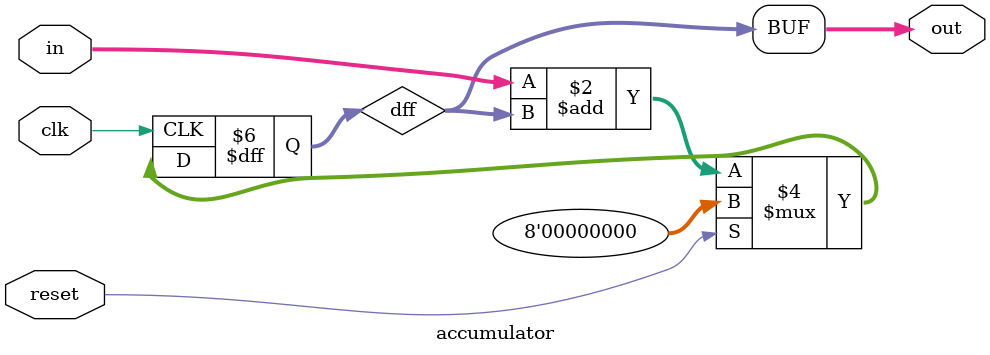
<source format=sv>
module accumulator (
    input clk,
    input reset,
    input [7:0] in,

    output [7:0] out      
);

reg [7:0] dff;

always @(posedge clk) begin
    if (reset) begin
        dff <= 8'b0;
    end else begin
        dff <= in + out;
    end
end

assign out = dff;

endmodule

</source>
